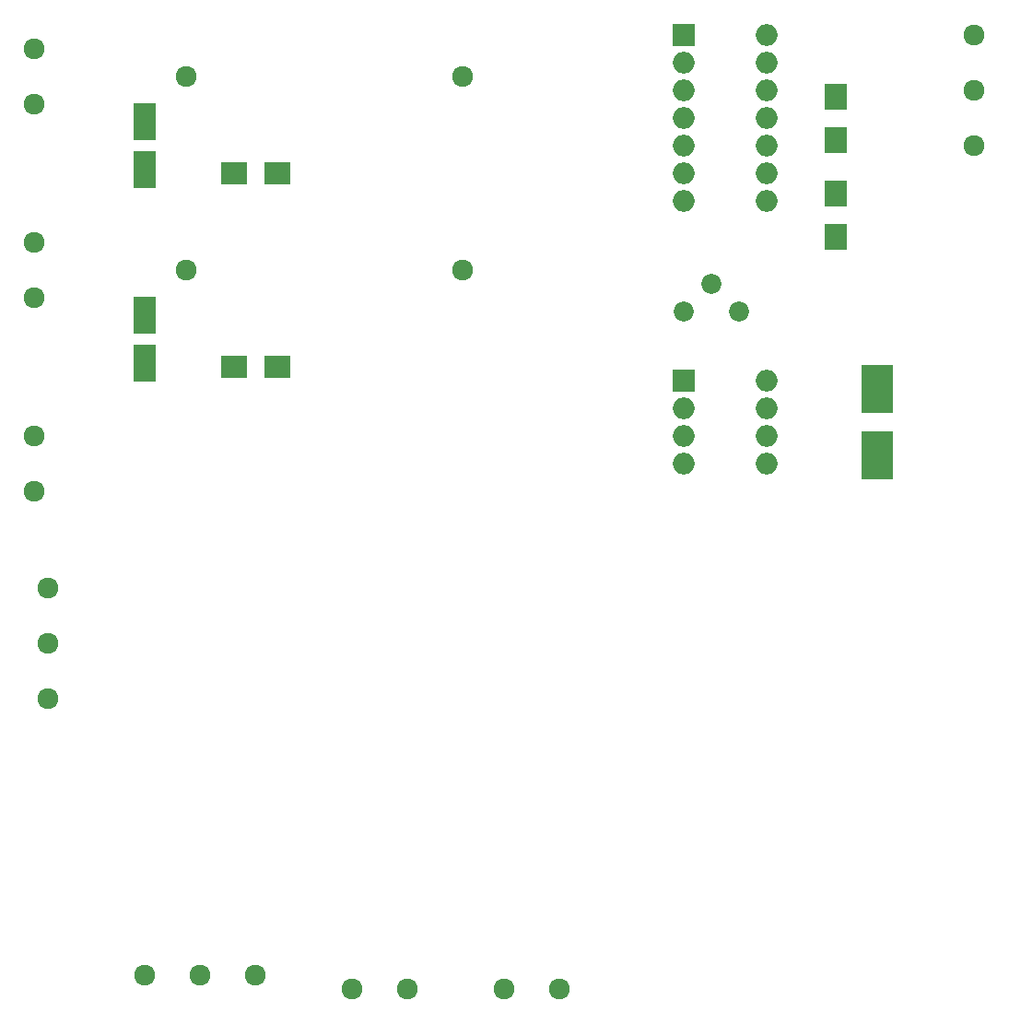
<source format=gbr>
G04 #@! TF.GenerationSoftware,KiCad,Pcbnew,(5.0.0)*
G04 #@! TF.CreationDate,2018-07-28T16:03:29+09:00*
G04 #@! TF.ProjectId,sensor-transducer,73656E736F722D7472616E7364756365,rev?*
G04 #@! TF.SameCoordinates,Original*
G04 #@! TF.FileFunction,Soldermask,Top*
G04 #@! TF.FilePolarity,Negative*
%FSLAX46Y46*%
G04 Gerber Fmt 4.6, Leading zero omitted, Abs format (unit mm)*
G04 Created by KiCad (PCBNEW (5.0.0)) date 07/28/18 16:03:29*
%MOMM*%
%LPD*%
G01*
G04 APERTURE LIST*
%ADD10R,2.000000X3.400000*%
%ADD11R,2.900000X4.400000*%
%ADD12C,1.840000*%
%ADD13C,1.924000*%
%ADD14R,2.400000X2.100000*%
%ADD15R,2.100000X2.400000*%
%ADD16R,2.000000X2.000000*%
%ADD17O,2.000000X2.000000*%
G04 APERTURE END LIST*
D10*
G04 #@! TO.C,C1*
X50800000Y-49870000D03*
X50800000Y-54270000D03*
G04 #@! TD*
G04 #@! TO.C,C2*
X50800000Y-67650000D03*
X50800000Y-72050000D03*
G04 #@! TD*
D11*
G04 #@! TO.C,C3*
X118110000Y-80520000D03*
X118110000Y-74420000D03*
G04 #@! TD*
D12*
G04 #@! TO.C,R1*
X100330000Y-67310000D03*
X102870000Y-64770000D03*
X105410000Y-67310000D03*
G04 #@! TD*
D13*
G04 #@! TO.C,R2*
X54610000Y-45720000D03*
X80010000Y-45720000D03*
G04 #@! TD*
G04 #@! TO.C,R3*
X54610000Y-63500000D03*
X80010000Y-63500000D03*
G04 #@! TD*
D14*
G04 #@! TO.C,R4*
X58960000Y-54610000D03*
X62960000Y-54610000D03*
G04 #@! TD*
G04 #@! TO.C,R5*
X58960000Y-72390000D03*
X62960000Y-72390000D03*
G04 #@! TD*
D15*
G04 #@! TO.C,R6*
X114300000Y-47530000D03*
X114300000Y-51530000D03*
G04 #@! TD*
G04 #@! TO.C,R7*
X114300000Y-56420000D03*
X114300000Y-60420000D03*
G04 #@! TD*
D13*
G04 #@! TO.C,U1*
X40640000Y-43180000D03*
X40640000Y-48260000D03*
G04 #@! TD*
G04 #@! TO.C,U2*
X40640000Y-60960000D03*
X40640000Y-66040000D03*
G04 #@! TD*
G04 #@! TO.C,U3*
X40640000Y-78740000D03*
X40640000Y-83820000D03*
G04 #@! TD*
G04 #@! TO.C,U4*
X41910000Y-97790000D03*
X41910000Y-92710000D03*
X41910000Y-102870000D03*
G04 #@! TD*
D16*
G04 #@! TO.C,U5*
X100330000Y-73660000D03*
D17*
X107950000Y-81280000D03*
X100330000Y-76200000D03*
X107950000Y-78740000D03*
X100330000Y-78740000D03*
X107950000Y-76200000D03*
X100330000Y-81280000D03*
X107950000Y-73660000D03*
G04 #@! TD*
D13*
G04 #@! TO.C,U6*
X83820000Y-129540000D03*
X88900000Y-129540000D03*
G04 #@! TD*
G04 #@! TO.C,U7*
X69850000Y-129540000D03*
X74930000Y-129540000D03*
G04 #@! TD*
G04 #@! TO.C,U8*
X55880000Y-128270000D03*
X50800000Y-128270000D03*
X60960000Y-128270000D03*
G04 #@! TD*
D16*
G04 #@! TO.C,U9*
X100330000Y-41910000D03*
D17*
X107950000Y-57150000D03*
X100330000Y-44450000D03*
X107950000Y-54610000D03*
X100330000Y-46990000D03*
X107950000Y-52070000D03*
X100330000Y-49530000D03*
X107950000Y-49530000D03*
X100330000Y-52070000D03*
X107950000Y-46990000D03*
X100330000Y-54610000D03*
X107950000Y-44450000D03*
X100330000Y-57150000D03*
X107950000Y-41910000D03*
G04 #@! TD*
D13*
G04 #@! TO.C,U10*
X127000000Y-46990000D03*
X127000000Y-52070000D03*
X127000000Y-41910000D03*
G04 #@! TD*
M02*

</source>
